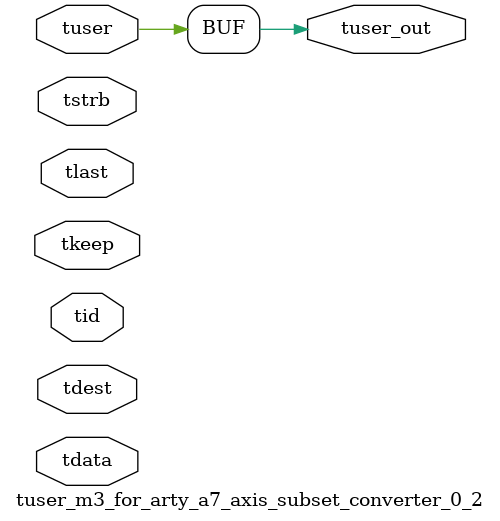
<source format=v>


`timescale 1ps/1ps

module tuser_m3_for_arty_a7_axis_subset_converter_0_2 #
(
parameter C_S_AXIS_TUSER_WIDTH = 1,
parameter C_S_AXIS_TDATA_WIDTH = 32,
parameter C_S_AXIS_TID_WIDTH   = 0,
parameter C_S_AXIS_TDEST_WIDTH = 0,
parameter C_M_AXIS_TUSER_WIDTH = 1
)
(
input  [(C_S_AXIS_TUSER_WIDTH == 0 ? 1 : C_S_AXIS_TUSER_WIDTH)-1:0     ] tuser,
input  [(C_S_AXIS_TDATA_WIDTH == 0 ? 1 : C_S_AXIS_TDATA_WIDTH)-1:0     ] tdata,
input  [(C_S_AXIS_TID_WIDTH   == 0 ? 1 : C_S_AXIS_TID_WIDTH)-1:0       ] tid,
input  [(C_S_AXIS_TDEST_WIDTH == 0 ? 1 : C_S_AXIS_TDEST_WIDTH)-1:0     ] tdest,
input  [(C_S_AXIS_TDATA_WIDTH/8)-1:0 ] tkeep,
input  [(C_S_AXIS_TDATA_WIDTH/8)-1:0 ] tstrb,
input                                                                    tlast,
output [C_M_AXIS_TUSER_WIDTH-1:0] tuser_out
);

assign tuser_out = {tuser[0:0]};

endmodule


</source>
